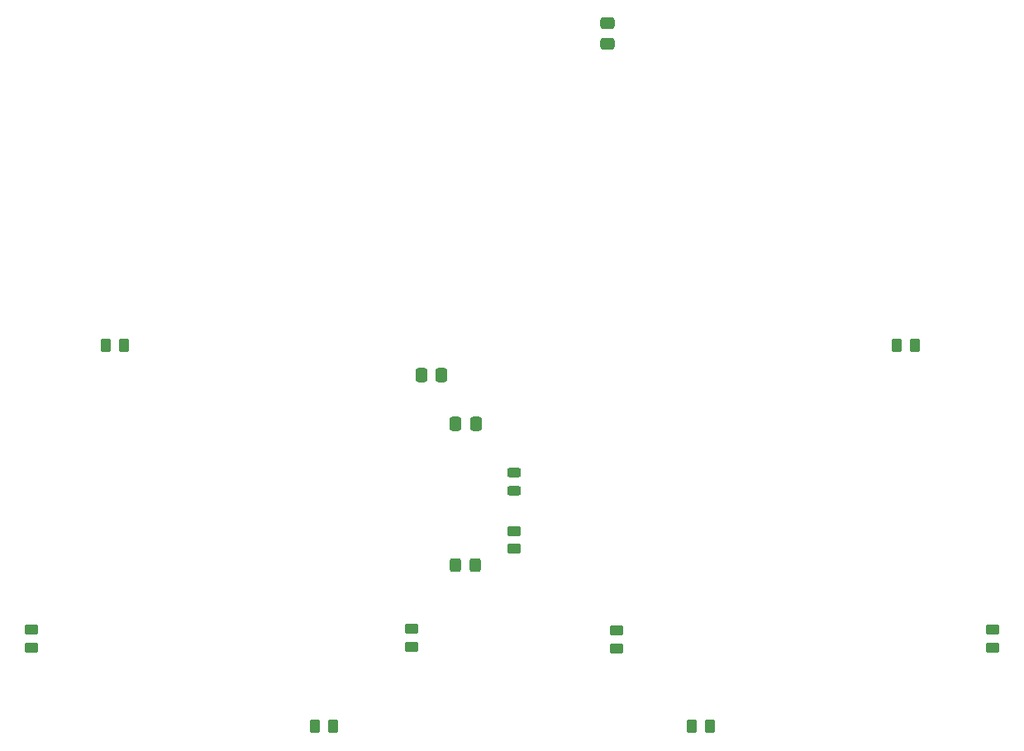
<source format=gbr>
%TF.GenerationSoftware,KiCad,Pcbnew,9.0.2*%
%TF.CreationDate,2025-08-18T15:30:27-04:00*%
%TF.ProjectId,Controller_Simple,436f6e74-726f-46c6-9c65-725f53696d70,rev?*%
%TF.SameCoordinates,Original*%
%TF.FileFunction,Paste,Top*%
%TF.FilePolarity,Positive*%
%FSLAX46Y46*%
G04 Gerber Fmt 4.6, Leading zero omitted, Abs format (unit mm)*
G04 Created by KiCad (PCBNEW 9.0.2) date 2025-08-18 15:30:27*
%MOMM*%
%LPD*%
G01*
G04 APERTURE LIST*
G04 Aperture macros list*
%AMRoundRect*
0 Rectangle with rounded corners*
0 $1 Rounding radius*
0 $2 $3 $4 $5 $6 $7 $8 $9 X,Y pos of 4 corners*
0 Add a 4 corners polygon primitive as box body*
4,1,4,$2,$3,$4,$5,$6,$7,$8,$9,$2,$3,0*
0 Add four circle primitives for the rounded corners*
1,1,$1+$1,$2,$3*
1,1,$1+$1,$4,$5*
1,1,$1+$1,$6,$7*
1,1,$1+$1,$8,$9*
0 Add four rect primitives between the rounded corners*
20,1,$1+$1,$2,$3,$4,$5,0*
20,1,$1+$1,$4,$5,$6,$7,0*
20,1,$1+$1,$6,$7,$8,$9,0*
20,1,$1+$1,$8,$9,$2,$3,0*%
G04 Aperture macros list end*
%ADD10RoundRect,0.250000X-0.450000X0.262500X-0.450000X-0.262500X0.450000X-0.262500X0.450000X0.262500X0*%
%ADD11RoundRect,0.250000X0.262500X0.450000X-0.262500X0.450000X-0.262500X-0.450000X0.262500X-0.450000X0*%
%ADD12RoundRect,0.250000X-0.337500X-0.475000X0.337500X-0.475000X0.337500X0.475000X-0.337500X0.475000X0*%
%ADD13RoundRect,0.250000X0.475000X-0.337500X0.475000X0.337500X-0.475000X0.337500X-0.475000X-0.337500X0*%
%ADD14RoundRect,0.243750X-0.456250X0.243750X-0.456250X-0.243750X0.456250X-0.243750X0.456250X0.243750X0*%
%ADD15RoundRect,0.250000X-0.262500X-0.450000X0.262500X-0.450000X0.262500X0.450000X-0.262500X0.450000X0*%
%ADD16RoundRect,0.250000X0.325000X0.450000X-0.325000X0.450000X-0.325000X-0.450000X0.325000X-0.450000X0*%
G04 APERTURE END LIST*
D10*
%TO.C,R8*%
X60500000Y-87587500D03*
X60500000Y-89412500D03*
%TD*%
D11*
%TO.C,R4*%
X130000000Y-97500000D03*
X128175000Y-97500000D03*
%TD*%
D12*
%TO.C,C2*%
X103962500Y-66500000D03*
X106037500Y-66500000D03*
%TD*%
%TO.C,C3*%
X100462500Y-61500000D03*
X102537500Y-61500000D03*
%TD*%
D13*
%TO.C,C1*%
X119500000Y-27537500D03*
X119500000Y-25462500D03*
%TD*%
D10*
%TO.C,R1*%
X120500000Y-87675000D03*
X120500000Y-89500000D03*
%TD*%
%TO.C,R3*%
X159000000Y-87587500D03*
X159000000Y-89412500D03*
%TD*%
D14*
%TO.C,D1*%
X110000000Y-71500000D03*
X110000000Y-73375000D03*
%TD*%
D11*
%TO.C,R5*%
X70000000Y-58500000D03*
X68175000Y-58500000D03*
%TD*%
D15*
%TO.C,R7*%
X89587500Y-97500000D03*
X91412500Y-97500000D03*
%TD*%
D16*
%TO.C,F1*%
X106000000Y-81000000D03*
X103950000Y-81000000D03*
%TD*%
D10*
%TO.C,R6*%
X99500000Y-87500000D03*
X99500000Y-89325000D03*
%TD*%
D15*
%TO.C,R2*%
X149175000Y-58500000D03*
X151000000Y-58500000D03*
%TD*%
D10*
%TO.C,R9*%
X110000000Y-77500000D03*
X110000000Y-79325000D03*
%TD*%
M02*

</source>
